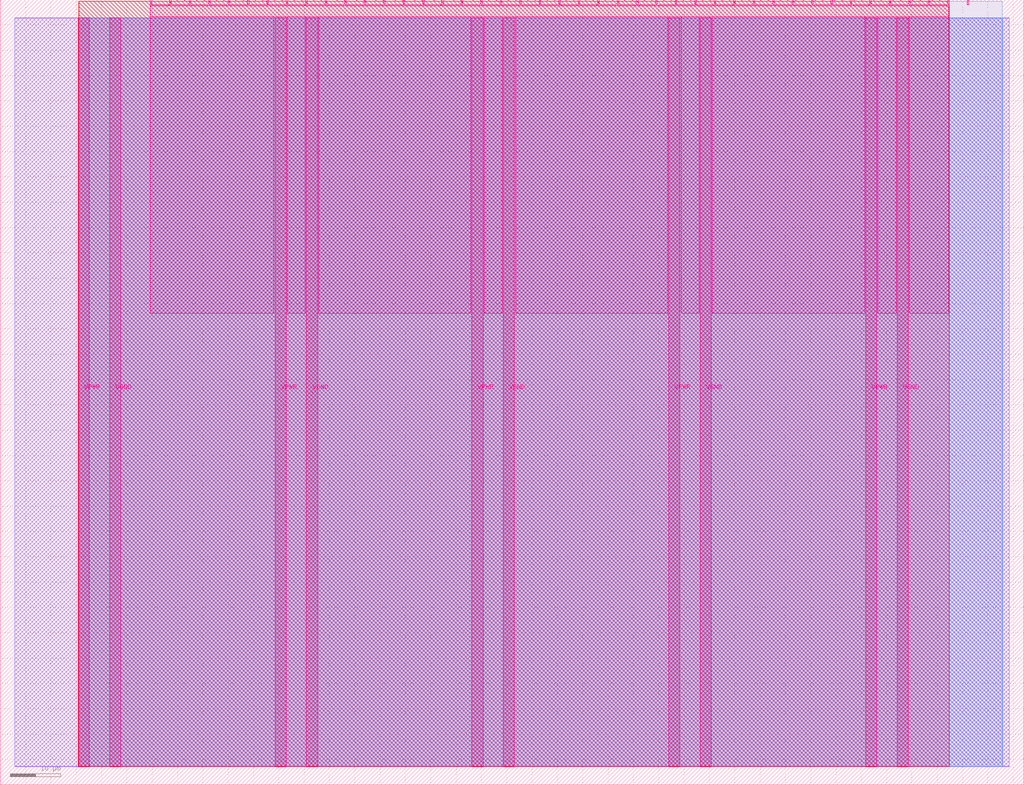
<source format=lef>
VERSION 5.7 ;
  NOWIREEXTENSIONATPIN ON ;
  DIVIDERCHAR "/" ;
  BUSBITCHARS "[]" ;
MACRO tt_um_roy1707018
  CLASS BLOCK ;
  FOREIGN tt_um_roy1707018 ;
  ORIGIN 0.000 0.000 ;
  SIZE 202.080 BY 154.980 ;
  PIN VGND
    DIRECTION INOUT ;
    USE GROUND ;
    PORT
      LAYER Metal5 ;
        RECT 21.580 3.560 23.780 151.420 ;
    END
    PORT
      LAYER Metal5 ;
        RECT 60.450 3.560 62.650 151.420 ;
    END
    PORT
      LAYER Metal5 ;
        RECT 99.320 3.560 101.520 151.420 ;
    END
    PORT
      LAYER Metal5 ;
        RECT 138.190 3.560 140.390 151.420 ;
    END
    PORT
      LAYER Metal5 ;
        RECT 177.060 3.560 179.260 151.420 ;
    END
  END VGND
  PIN VPWR
    DIRECTION INOUT ;
    USE POWER ;
    PORT
      LAYER Metal5 ;
        RECT 15.380 3.560 17.580 151.420 ;
    END
    PORT
      LAYER Metal5 ;
        RECT 54.250 3.560 56.450 151.420 ;
    END
    PORT
      LAYER Metal5 ;
        RECT 93.120 3.560 95.320 151.420 ;
    END
    PORT
      LAYER Metal5 ;
        RECT 131.990 3.560 134.190 151.420 ;
    END
    PORT
      LAYER Metal5 ;
        RECT 170.860 3.560 173.060 151.420 ;
    END
  END VPWR
  PIN clk
    DIRECTION INPUT ;
    USE SIGNAL ;
    ANTENNAGATEAREA 0.213200 ;
    PORT
      LAYER Metal5 ;
        RECT 187.050 153.980 187.350 154.980 ;
    END
  END clk
  PIN ena
    DIRECTION INPUT ;
    USE SIGNAL ;
    PORT
      LAYER Metal5 ;
        RECT 190.890 153.980 191.190 154.980 ;
    END
  END ena
  PIN rst_n
    DIRECTION INPUT ;
    USE SIGNAL ;
    ANTENNAGATEAREA 0.213200 ;
    PORT
      LAYER Metal5 ;
        RECT 183.210 153.980 183.510 154.980 ;
    END
  END rst_n
  PIN ui_in[0]
    DIRECTION INPUT ;
    USE SIGNAL ;
    ANTENNAGATEAREA 0.180700 ;
    PORT
      LAYER Metal5 ;
        RECT 179.370 153.980 179.670 154.980 ;
    END
  END ui_in[0]
  PIN ui_in[1]
    DIRECTION INPUT ;
    USE SIGNAL ;
    ANTENNAGATEAREA 0.180700 ;
    PORT
      LAYER Metal5 ;
        RECT 175.530 153.980 175.830 154.980 ;
    END
  END ui_in[1]
  PIN ui_in[2]
    DIRECTION INPUT ;
    USE SIGNAL ;
    ANTENNAGATEAREA 0.314600 ;
    PORT
      LAYER Metal5 ;
        RECT 171.690 153.980 171.990 154.980 ;
    END
  END ui_in[2]
  PIN ui_in[3]
    DIRECTION INPUT ;
    USE SIGNAL ;
    ANTENNAGATEAREA 0.314600 ;
    PORT
      LAYER Metal5 ;
        RECT 167.850 153.980 168.150 154.980 ;
    END
  END ui_in[3]
  PIN ui_in[4]
    DIRECTION INPUT ;
    USE SIGNAL ;
    ANTENNAGATEAREA 0.180700 ;
    PORT
      LAYER Metal5 ;
        RECT 164.010 153.980 164.310 154.980 ;
    END
  END ui_in[4]
  PIN ui_in[5]
    DIRECTION INPUT ;
    USE SIGNAL ;
    ANTENNAGATEAREA 0.213200 ;
    PORT
      LAYER Metal5 ;
        RECT 160.170 153.980 160.470 154.980 ;
    END
  END ui_in[5]
  PIN ui_in[6]
    DIRECTION INPUT ;
    USE SIGNAL ;
    ANTENNAGATEAREA 0.180700 ;
    PORT
      LAYER Metal5 ;
        RECT 156.330 153.980 156.630 154.980 ;
    END
  END ui_in[6]
  PIN ui_in[7]
    DIRECTION INPUT ;
    USE SIGNAL ;
    ANTENNAGATEAREA 0.180700 ;
    PORT
      LAYER Metal5 ;
        RECT 152.490 153.980 152.790 154.980 ;
    END
  END ui_in[7]
  PIN uio_in[0]
    DIRECTION INPUT ;
    USE SIGNAL ;
    PORT
      LAYER Metal5 ;
        RECT 148.650 153.980 148.950 154.980 ;
    END
  END uio_in[0]
  PIN uio_in[1]
    DIRECTION INPUT ;
    USE SIGNAL ;
    PORT
      LAYER Metal5 ;
        RECT 144.810 153.980 145.110 154.980 ;
    END
  END uio_in[1]
  PIN uio_in[2]
    DIRECTION INPUT ;
    USE SIGNAL ;
    PORT
      LAYER Metal5 ;
        RECT 140.970 153.980 141.270 154.980 ;
    END
  END uio_in[2]
  PIN uio_in[3]
    DIRECTION INPUT ;
    USE SIGNAL ;
    PORT
      LAYER Metal5 ;
        RECT 137.130 153.980 137.430 154.980 ;
    END
  END uio_in[3]
  PIN uio_in[4]
    DIRECTION INPUT ;
    USE SIGNAL ;
    PORT
      LAYER Metal5 ;
        RECT 133.290 153.980 133.590 154.980 ;
    END
  END uio_in[4]
  PIN uio_in[5]
    DIRECTION INPUT ;
    USE SIGNAL ;
    PORT
      LAYER Metal5 ;
        RECT 129.450 153.980 129.750 154.980 ;
    END
  END uio_in[5]
  PIN uio_in[6]
    DIRECTION INPUT ;
    USE SIGNAL ;
    PORT
      LAYER Metal5 ;
        RECT 125.610 153.980 125.910 154.980 ;
    END
  END uio_in[6]
  PIN uio_in[7]
    DIRECTION INPUT ;
    USE SIGNAL ;
    PORT
      LAYER Metal5 ;
        RECT 121.770 153.980 122.070 154.980 ;
    END
  END uio_in[7]
  PIN uio_oe[0]
    DIRECTION OUTPUT ;
    USE SIGNAL ;
    ANTENNADIFFAREA 0.299200 ;
    PORT
      LAYER Metal5 ;
        RECT 56.490 153.980 56.790 154.980 ;
    END
  END uio_oe[0]
  PIN uio_oe[1]
    DIRECTION OUTPUT ;
    USE SIGNAL ;
    ANTENNADIFFAREA 0.299200 ;
    PORT
      LAYER Metal5 ;
        RECT 52.650 153.980 52.950 154.980 ;
    END
  END uio_oe[1]
  PIN uio_oe[2]
    DIRECTION OUTPUT ;
    USE SIGNAL ;
    ANTENNADIFFAREA 0.299200 ;
    PORT
      LAYER Metal5 ;
        RECT 48.810 153.980 49.110 154.980 ;
    END
  END uio_oe[2]
  PIN uio_oe[3]
    DIRECTION OUTPUT ;
    USE SIGNAL ;
    ANTENNADIFFAREA 0.299200 ;
    PORT
      LAYER Metal5 ;
        RECT 44.970 153.980 45.270 154.980 ;
    END
  END uio_oe[3]
  PIN uio_oe[4]
    DIRECTION OUTPUT ;
    USE SIGNAL ;
    ANTENNADIFFAREA 0.299200 ;
    PORT
      LAYER Metal5 ;
        RECT 41.130 153.980 41.430 154.980 ;
    END
  END uio_oe[4]
  PIN uio_oe[5]
    DIRECTION OUTPUT ;
    USE SIGNAL ;
    ANTENNADIFFAREA 0.299200 ;
    PORT
      LAYER Metal5 ;
        RECT 37.290 153.980 37.590 154.980 ;
    END
  END uio_oe[5]
  PIN uio_oe[6]
    DIRECTION OUTPUT ;
    USE SIGNAL ;
    ANTENNADIFFAREA 0.299200 ;
    PORT
      LAYER Metal5 ;
        RECT 33.450 153.980 33.750 154.980 ;
    END
  END uio_oe[6]
  PIN uio_oe[7]
    DIRECTION OUTPUT ;
    USE SIGNAL ;
    ANTENNADIFFAREA 0.299200 ;
    PORT
      LAYER Metal5 ;
        RECT 29.610 153.980 29.910 154.980 ;
    END
  END uio_oe[7]
  PIN uio_out[0]
    DIRECTION OUTPUT ;
    USE SIGNAL ;
    ANTENNADIFFAREA 0.299200 ;
    PORT
      LAYER Metal5 ;
        RECT 87.210 153.980 87.510 154.980 ;
    END
  END uio_out[0]
  PIN uio_out[1]
    DIRECTION OUTPUT ;
    USE SIGNAL ;
    ANTENNADIFFAREA 0.299200 ;
    PORT
      LAYER Metal5 ;
        RECT 83.370 153.980 83.670 154.980 ;
    END
  END uio_out[1]
  PIN uio_out[2]
    DIRECTION OUTPUT ;
    USE SIGNAL ;
    ANTENNADIFFAREA 0.299200 ;
    PORT
      LAYER Metal5 ;
        RECT 79.530 153.980 79.830 154.980 ;
    END
  END uio_out[2]
  PIN uio_out[3]
    DIRECTION OUTPUT ;
    USE SIGNAL ;
    ANTENNADIFFAREA 0.299200 ;
    PORT
      LAYER Metal5 ;
        RECT 75.690 153.980 75.990 154.980 ;
    END
  END uio_out[3]
  PIN uio_out[4]
    DIRECTION OUTPUT ;
    USE SIGNAL ;
    ANTENNADIFFAREA 0.299200 ;
    PORT
      LAYER Metal5 ;
        RECT 71.850 153.980 72.150 154.980 ;
    END
  END uio_out[4]
  PIN uio_out[5]
    DIRECTION OUTPUT ;
    USE SIGNAL ;
    ANTENNADIFFAREA 0.299200 ;
    PORT
      LAYER Metal5 ;
        RECT 68.010 153.980 68.310 154.980 ;
    END
  END uio_out[5]
  PIN uio_out[6]
    DIRECTION OUTPUT ;
    USE SIGNAL ;
    ANTENNADIFFAREA 0.299200 ;
    PORT
      LAYER Metal5 ;
        RECT 64.170 153.980 64.470 154.980 ;
    END
  END uio_out[6]
  PIN uio_out[7]
    DIRECTION OUTPUT ;
    USE SIGNAL ;
    ANTENNADIFFAREA 0.299200 ;
    PORT
      LAYER Metal5 ;
        RECT 60.330 153.980 60.630 154.980 ;
    END
  END uio_out[7]
  PIN uo_out[0]
    DIRECTION OUTPUT ;
    USE SIGNAL ;
    ANTENNADIFFAREA 0.706400 ;
    PORT
      LAYER Metal5 ;
        RECT 117.930 153.980 118.230 154.980 ;
    END
  END uo_out[0]
  PIN uo_out[1]
    DIRECTION OUTPUT ;
    USE SIGNAL ;
    ANTENNADIFFAREA 0.706400 ;
    PORT
      LAYER Metal5 ;
        RECT 114.090 153.980 114.390 154.980 ;
    END
  END uo_out[1]
  PIN uo_out[2]
    DIRECTION OUTPUT ;
    USE SIGNAL ;
    ANTENNADIFFAREA 0.733200 ;
    PORT
      LAYER Metal5 ;
        RECT 110.250 153.980 110.550 154.980 ;
    END
  END uo_out[2]
  PIN uo_out[3]
    DIRECTION OUTPUT ;
    USE SIGNAL ;
    ANTENNADIFFAREA 0.706400 ;
    PORT
      LAYER Metal5 ;
        RECT 106.410 153.980 106.710 154.980 ;
    END
  END uo_out[3]
  PIN uo_out[4]
    DIRECTION OUTPUT ;
    USE SIGNAL ;
    ANTENNADIFFAREA 0.706400 ;
    PORT
      LAYER Metal5 ;
        RECT 102.570 153.980 102.870 154.980 ;
    END
  END uo_out[4]
  PIN uo_out[5]
    DIRECTION OUTPUT ;
    USE SIGNAL ;
    ANTENNADIFFAREA 0.654800 ;
    PORT
      LAYER Metal5 ;
        RECT 98.730 153.980 99.030 154.980 ;
    END
  END uo_out[5]
  PIN uo_out[6]
    DIRECTION OUTPUT ;
    USE SIGNAL ;
    ANTENNADIFFAREA 0.654800 ;
    PORT
      LAYER Metal5 ;
        RECT 94.890 153.980 95.190 154.980 ;
    END
  END uo_out[6]
  PIN uo_out[7]
    DIRECTION OUTPUT ;
    USE SIGNAL ;
    ANTENNADIFFAREA 0.654800 ;
    PORT
      LAYER Metal5 ;
        RECT 91.050 153.980 91.350 154.980 ;
    END
  END uo_out[7]
  OBS
      LAYER GatPoly ;
        RECT 2.880 3.630 199.200 151.350 ;
      LAYER Metal1 ;
        RECT 2.880 3.560 199.200 151.420 ;
      LAYER Metal2 ;
        RECT 15.515 3.680 197.905 151.300 ;
      LAYER Metal3 ;
        RECT 15.560 3.635 197.860 154.705 ;
      LAYER Metal4 ;
        RECT 15.515 3.680 187.345 154.660 ;
      LAYER Metal5 ;
        RECT 30.120 153.770 33.240 153.980 ;
        RECT 33.960 153.770 37.080 153.980 ;
        RECT 37.800 153.770 40.920 153.980 ;
        RECT 41.640 153.770 44.760 153.980 ;
        RECT 45.480 153.770 48.600 153.980 ;
        RECT 49.320 153.770 52.440 153.980 ;
        RECT 53.160 153.770 56.280 153.980 ;
        RECT 57.000 153.770 60.120 153.980 ;
        RECT 60.840 153.770 63.960 153.980 ;
        RECT 64.680 153.770 67.800 153.980 ;
        RECT 68.520 153.770 71.640 153.980 ;
        RECT 72.360 153.770 75.480 153.980 ;
        RECT 76.200 153.770 79.320 153.980 ;
        RECT 80.040 153.770 83.160 153.980 ;
        RECT 83.880 153.770 87.000 153.980 ;
        RECT 87.720 153.770 90.840 153.980 ;
        RECT 91.560 153.770 94.680 153.980 ;
        RECT 95.400 153.770 98.520 153.980 ;
        RECT 99.240 153.770 102.360 153.980 ;
        RECT 103.080 153.770 106.200 153.980 ;
        RECT 106.920 153.770 110.040 153.980 ;
        RECT 110.760 153.770 113.880 153.980 ;
        RECT 114.600 153.770 117.720 153.980 ;
        RECT 118.440 153.770 121.560 153.980 ;
        RECT 122.280 153.770 125.400 153.980 ;
        RECT 126.120 153.770 129.240 153.980 ;
        RECT 129.960 153.770 133.080 153.980 ;
        RECT 133.800 153.770 136.920 153.980 ;
        RECT 137.640 153.770 140.760 153.980 ;
        RECT 141.480 153.770 144.600 153.980 ;
        RECT 145.320 153.770 148.440 153.980 ;
        RECT 149.160 153.770 152.280 153.980 ;
        RECT 153.000 153.770 156.120 153.980 ;
        RECT 156.840 153.770 159.960 153.980 ;
        RECT 160.680 153.770 163.800 153.980 ;
        RECT 164.520 153.770 167.640 153.980 ;
        RECT 168.360 153.770 171.480 153.980 ;
        RECT 172.200 153.770 175.320 153.980 ;
        RECT 176.040 153.770 179.160 153.980 ;
        RECT 179.880 153.770 183.000 153.980 ;
        RECT 183.720 153.770 186.840 153.980 ;
        RECT 29.660 151.630 187.300 153.770 ;
        RECT 29.660 93.095 54.040 151.630 ;
        RECT 56.660 93.095 60.240 151.630 ;
        RECT 62.860 93.095 92.910 151.630 ;
        RECT 95.530 93.095 99.110 151.630 ;
        RECT 101.730 93.095 131.780 151.630 ;
        RECT 134.400 93.095 137.980 151.630 ;
        RECT 140.600 93.095 170.650 151.630 ;
        RECT 173.270 93.095 176.850 151.630 ;
        RECT 179.470 93.095 187.300 151.630 ;
  END
END tt_um_roy1707018
END LIBRARY


</source>
